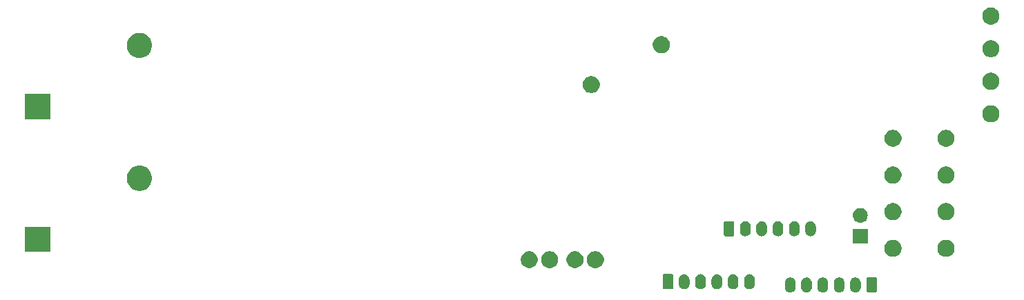
<source format=gbr>
G04 #@! TF.GenerationSoftware,KiCad,Pcbnew,5.1.2-f72e74a~84~ubuntu19.04.1*
G04 #@! TF.CreationDate,2019-06-02T16:59:08+01:00*
G04 #@! TF.ProjectId,Power Monitor MK3,506f7765-7220-44d6-9f6e-69746f72204d,rev?*
G04 #@! TF.SameCoordinates,Original*
G04 #@! TF.FileFunction,Soldermask,Bot*
G04 #@! TF.FilePolarity,Negative*
%FSLAX46Y46*%
G04 Gerber Fmt 4.6, Leading zero omitted, Abs format (unit mm)*
G04 Created by KiCad (PCBNEW 5.1.2-f72e74a~84~ubuntu19.04.1) date 2019-06-02 16:59:08*
%MOMM*%
%LPD*%
G04 APERTURE LIST*
%ADD10C,0.100000*%
G04 APERTURE END LIST*
D10*
G36*
X174527618Y-125083420D02*
G01*
X174608400Y-125107925D01*
X174650336Y-125120646D01*
X174763425Y-125181094D01*
X174862554Y-125262446D01*
X174943906Y-125361575D01*
X175004354Y-125474664D01*
X175004355Y-125474668D01*
X175041580Y-125597382D01*
X175041580Y-125597384D01*
X175051000Y-125693026D01*
X175051000Y-126306974D01*
X175049567Y-126321526D01*
X175041580Y-126402618D01*
X175040721Y-126405449D01*
X175004354Y-126525336D01*
X174943906Y-126638425D01*
X174862554Y-126737553D01*
X174763424Y-126818906D01*
X174650335Y-126879354D01*
X174618403Y-126889040D01*
X174527617Y-126916580D01*
X174400000Y-126929149D01*
X174272382Y-126916580D01*
X174181596Y-126889040D01*
X174149664Y-126879354D01*
X174036575Y-126818906D01*
X173937447Y-126737554D01*
X173856094Y-126638424D01*
X173795646Y-126525335D01*
X173781698Y-126479354D01*
X173758420Y-126402617D01*
X173749000Y-126306972D01*
X173749000Y-125693027D01*
X173758420Y-125597382D01*
X173795645Y-125474668D01*
X173795645Y-125474667D01*
X173827957Y-125414217D01*
X173856095Y-125361574D01*
X173869493Y-125345249D01*
X173937447Y-125262446D01*
X174036576Y-125181094D01*
X174149665Y-125120646D01*
X174191601Y-125107925D01*
X174272383Y-125083420D01*
X174400000Y-125070851D01*
X174527618Y-125083420D01*
X174527618Y-125083420D01*
G37*
G36*
X176527618Y-125083420D02*
G01*
X176608400Y-125107925D01*
X176650336Y-125120646D01*
X176763425Y-125181094D01*
X176862554Y-125262446D01*
X176943906Y-125361575D01*
X177004354Y-125474664D01*
X177004355Y-125474668D01*
X177041580Y-125597382D01*
X177041580Y-125597384D01*
X177051000Y-125693026D01*
X177051000Y-126306974D01*
X177049567Y-126321526D01*
X177041580Y-126402618D01*
X177040721Y-126405449D01*
X177004354Y-126525336D01*
X176943906Y-126638425D01*
X176862554Y-126737553D01*
X176763424Y-126818906D01*
X176650335Y-126879354D01*
X176618403Y-126889040D01*
X176527617Y-126916580D01*
X176400000Y-126929149D01*
X176272382Y-126916580D01*
X176181596Y-126889040D01*
X176149664Y-126879354D01*
X176036575Y-126818906D01*
X175937447Y-126737554D01*
X175856094Y-126638424D01*
X175795646Y-126525335D01*
X175781698Y-126479354D01*
X175758420Y-126402617D01*
X175749000Y-126306972D01*
X175749000Y-125693027D01*
X175758420Y-125597382D01*
X175795645Y-125474668D01*
X175795645Y-125474667D01*
X175827957Y-125414217D01*
X175856095Y-125361574D01*
X175869493Y-125345249D01*
X175937447Y-125262446D01*
X176036576Y-125181094D01*
X176149665Y-125120646D01*
X176191601Y-125107925D01*
X176272383Y-125083420D01*
X176400000Y-125070851D01*
X176527618Y-125083420D01*
X176527618Y-125083420D01*
G37*
G36*
X178527618Y-125083420D02*
G01*
X178608400Y-125107925D01*
X178650336Y-125120646D01*
X178763425Y-125181094D01*
X178862554Y-125262446D01*
X178943906Y-125361575D01*
X179004354Y-125474664D01*
X179004355Y-125474668D01*
X179041580Y-125597382D01*
X179041580Y-125597384D01*
X179051000Y-125693026D01*
X179051000Y-126306974D01*
X179049567Y-126321526D01*
X179041580Y-126402618D01*
X179040721Y-126405449D01*
X179004354Y-126525336D01*
X178943906Y-126638425D01*
X178862554Y-126737553D01*
X178763424Y-126818906D01*
X178650335Y-126879354D01*
X178618403Y-126889040D01*
X178527617Y-126916580D01*
X178400000Y-126929149D01*
X178272382Y-126916580D01*
X178181596Y-126889040D01*
X178149664Y-126879354D01*
X178036575Y-126818906D01*
X177937447Y-126737554D01*
X177856094Y-126638424D01*
X177795646Y-126525335D01*
X177781698Y-126479354D01*
X177758420Y-126402617D01*
X177749000Y-126306972D01*
X177749000Y-125693027D01*
X177758420Y-125597382D01*
X177795645Y-125474668D01*
X177795645Y-125474667D01*
X177827957Y-125414217D01*
X177856095Y-125361574D01*
X177869493Y-125345249D01*
X177937447Y-125262446D01*
X178036576Y-125181094D01*
X178149665Y-125120646D01*
X178191601Y-125107925D01*
X178272383Y-125083420D01*
X178400000Y-125070851D01*
X178527618Y-125083420D01*
X178527618Y-125083420D01*
G37*
G36*
X170527618Y-125083420D02*
G01*
X170608400Y-125107925D01*
X170650336Y-125120646D01*
X170763425Y-125181094D01*
X170862554Y-125262446D01*
X170943906Y-125361575D01*
X171004354Y-125474664D01*
X171004355Y-125474668D01*
X171041580Y-125597382D01*
X171041580Y-125597384D01*
X171051000Y-125693026D01*
X171051000Y-126306974D01*
X171049567Y-126321526D01*
X171041580Y-126402618D01*
X171040721Y-126405449D01*
X171004354Y-126525336D01*
X170943906Y-126638425D01*
X170862554Y-126737553D01*
X170763424Y-126818906D01*
X170650335Y-126879354D01*
X170618403Y-126889040D01*
X170527617Y-126916580D01*
X170400000Y-126929149D01*
X170272382Y-126916580D01*
X170181596Y-126889040D01*
X170149664Y-126879354D01*
X170036575Y-126818906D01*
X169937447Y-126737554D01*
X169856094Y-126638424D01*
X169795646Y-126525335D01*
X169781698Y-126479354D01*
X169758420Y-126402617D01*
X169749000Y-126306972D01*
X169749000Y-125693027D01*
X169758420Y-125597382D01*
X169795645Y-125474668D01*
X169795645Y-125474667D01*
X169827957Y-125414217D01*
X169856095Y-125361574D01*
X169869493Y-125345249D01*
X169937447Y-125262446D01*
X170036576Y-125181094D01*
X170149665Y-125120646D01*
X170191601Y-125107925D01*
X170272383Y-125083420D01*
X170400000Y-125070851D01*
X170527618Y-125083420D01*
X170527618Y-125083420D01*
G37*
G36*
X172527618Y-125083420D02*
G01*
X172608400Y-125107925D01*
X172650336Y-125120646D01*
X172763425Y-125181094D01*
X172862554Y-125262446D01*
X172943906Y-125361575D01*
X173004354Y-125474664D01*
X173004355Y-125474668D01*
X173041580Y-125597382D01*
X173041580Y-125597384D01*
X173051000Y-125693026D01*
X173051000Y-126306974D01*
X173049567Y-126321526D01*
X173041580Y-126402618D01*
X173040721Y-126405449D01*
X173004354Y-126525336D01*
X172943906Y-126638425D01*
X172862554Y-126737553D01*
X172763424Y-126818906D01*
X172650335Y-126879354D01*
X172618403Y-126889040D01*
X172527617Y-126916580D01*
X172400000Y-126929149D01*
X172272382Y-126916580D01*
X172181596Y-126889040D01*
X172149664Y-126879354D01*
X172036575Y-126818906D01*
X171937447Y-126737554D01*
X171856094Y-126638424D01*
X171795646Y-126525335D01*
X171781698Y-126479354D01*
X171758420Y-126402617D01*
X171749000Y-126306972D01*
X171749000Y-125693027D01*
X171758420Y-125597382D01*
X171795645Y-125474668D01*
X171795645Y-125474667D01*
X171827957Y-125414217D01*
X171856095Y-125361574D01*
X171869493Y-125345249D01*
X171937447Y-125262446D01*
X172036576Y-125181094D01*
X172149665Y-125120646D01*
X172191601Y-125107925D01*
X172272383Y-125083420D01*
X172400000Y-125070851D01*
X172527618Y-125083420D01*
X172527618Y-125083420D01*
G37*
G36*
X180891242Y-125078404D02*
G01*
X180928337Y-125089657D01*
X180962515Y-125107925D01*
X180992481Y-125132519D01*
X181017075Y-125162485D01*
X181035343Y-125196663D01*
X181046596Y-125233758D01*
X181051000Y-125278474D01*
X181051000Y-126721526D01*
X181046596Y-126766242D01*
X181035343Y-126803337D01*
X181017075Y-126837515D01*
X180992481Y-126867481D01*
X180962515Y-126892075D01*
X180928337Y-126910343D01*
X180891242Y-126921596D01*
X180846526Y-126926000D01*
X179953474Y-126926000D01*
X179908758Y-126921596D01*
X179871663Y-126910343D01*
X179837485Y-126892075D01*
X179807519Y-126867481D01*
X179782925Y-126837515D01*
X179764657Y-126803337D01*
X179753404Y-126766242D01*
X179749000Y-126721526D01*
X179749000Y-125278474D01*
X179753404Y-125233758D01*
X179764657Y-125196663D01*
X179782925Y-125162485D01*
X179807519Y-125132519D01*
X179837485Y-125107925D01*
X179871663Y-125089657D01*
X179908758Y-125078404D01*
X179953474Y-125074000D01*
X180846526Y-125074000D01*
X180891242Y-125078404D01*
X180891242Y-125078404D01*
G37*
G36*
X165527617Y-124683420D02*
G01*
X165608399Y-124707925D01*
X165650335Y-124720646D01*
X165763424Y-124781094D01*
X165862554Y-124862447D01*
X165943906Y-124961575D01*
X166004354Y-125074664D01*
X166007010Y-125083420D01*
X166041580Y-125197382D01*
X166041580Y-125197384D01*
X166050932Y-125292331D01*
X166051000Y-125293027D01*
X166051000Y-125906973D01*
X166041580Y-126002618D01*
X166014040Y-126093404D01*
X166004354Y-126125336D01*
X165943906Y-126238425D01*
X165862554Y-126337554D01*
X165763425Y-126418906D01*
X165650336Y-126479354D01*
X165618404Y-126489040D01*
X165527618Y-126516580D01*
X165400000Y-126529149D01*
X165272383Y-126516580D01*
X165181597Y-126489040D01*
X165149665Y-126479354D01*
X165036576Y-126418906D01*
X164937447Y-126337554D01*
X164856096Y-126238427D01*
X164856095Y-126238425D01*
X164795647Y-126125336D01*
X164795645Y-126125333D01*
X164783237Y-126084427D01*
X164758420Y-126002618D01*
X164749000Y-125906973D01*
X164749000Y-125293028D01*
X164758420Y-125197383D01*
X164795645Y-125074669D01*
X164795646Y-125074665D01*
X164856094Y-124961576D01*
X164937447Y-124862446D01*
X165036575Y-124781094D01*
X165149664Y-124720646D01*
X165191600Y-124707925D01*
X165272382Y-124683420D01*
X165400000Y-124670851D01*
X165527617Y-124683420D01*
X165527617Y-124683420D01*
G37*
G36*
X163527617Y-124683420D02*
G01*
X163608399Y-124707925D01*
X163650335Y-124720646D01*
X163763424Y-124781094D01*
X163862554Y-124862447D01*
X163943906Y-124961575D01*
X164004354Y-125074664D01*
X164007010Y-125083420D01*
X164041580Y-125197382D01*
X164041580Y-125197384D01*
X164050932Y-125292331D01*
X164051000Y-125293027D01*
X164051000Y-125906973D01*
X164041580Y-126002618D01*
X164014040Y-126093404D01*
X164004354Y-126125336D01*
X163943906Y-126238425D01*
X163862554Y-126337554D01*
X163763425Y-126418906D01*
X163650336Y-126479354D01*
X163618404Y-126489040D01*
X163527618Y-126516580D01*
X163400000Y-126529149D01*
X163272383Y-126516580D01*
X163181597Y-126489040D01*
X163149665Y-126479354D01*
X163036576Y-126418906D01*
X162937447Y-126337554D01*
X162856096Y-126238427D01*
X162856095Y-126238425D01*
X162795647Y-126125336D01*
X162795645Y-126125333D01*
X162783237Y-126084427D01*
X162758420Y-126002618D01*
X162749000Y-125906973D01*
X162749000Y-125293028D01*
X162758420Y-125197383D01*
X162795645Y-125074669D01*
X162795646Y-125074665D01*
X162856094Y-124961576D01*
X162937447Y-124862446D01*
X163036575Y-124781094D01*
X163149664Y-124720646D01*
X163191600Y-124707925D01*
X163272382Y-124683420D01*
X163400000Y-124670851D01*
X163527617Y-124683420D01*
X163527617Y-124683420D01*
G37*
G36*
X161527617Y-124683420D02*
G01*
X161608399Y-124707925D01*
X161650335Y-124720646D01*
X161763424Y-124781094D01*
X161862554Y-124862447D01*
X161943906Y-124961575D01*
X162004354Y-125074664D01*
X162007010Y-125083420D01*
X162041580Y-125197382D01*
X162041580Y-125197384D01*
X162050932Y-125292331D01*
X162051000Y-125293027D01*
X162051000Y-125906973D01*
X162041580Y-126002618D01*
X162014040Y-126093404D01*
X162004354Y-126125336D01*
X161943906Y-126238425D01*
X161862554Y-126337554D01*
X161763425Y-126418906D01*
X161650336Y-126479354D01*
X161618404Y-126489040D01*
X161527618Y-126516580D01*
X161400000Y-126529149D01*
X161272383Y-126516580D01*
X161181597Y-126489040D01*
X161149665Y-126479354D01*
X161036576Y-126418906D01*
X160937447Y-126337554D01*
X160856096Y-126238427D01*
X160856095Y-126238425D01*
X160795647Y-126125336D01*
X160795645Y-126125333D01*
X160783237Y-126084427D01*
X160758420Y-126002618D01*
X160749000Y-125906973D01*
X160749000Y-125293028D01*
X160758420Y-125197383D01*
X160795645Y-125074669D01*
X160795646Y-125074665D01*
X160856094Y-124961576D01*
X160937447Y-124862446D01*
X161036575Y-124781094D01*
X161149664Y-124720646D01*
X161191600Y-124707925D01*
X161272382Y-124683420D01*
X161400000Y-124670851D01*
X161527617Y-124683420D01*
X161527617Y-124683420D01*
G37*
G36*
X159527617Y-124683420D02*
G01*
X159608399Y-124707925D01*
X159650335Y-124720646D01*
X159763424Y-124781094D01*
X159862554Y-124862447D01*
X159943906Y-124961575D01*
X160004354Y-125074664D01*
X160007010Y-125083420D01*
X160041580Y-125197382D01*
X160041580Y-125197384D01*
X160050932Y-125292331D01*
X160051000Y-125293027D01*
X160051000Y-125906973D01*
X160041580Y-126002618D01*
X160014040Y-126093404D01*
X160004354Y-126125336D01*
X159943906Y-126238425D01*
X159862554Y-126337554D01*
X159763425Y-126418906D01*
X159650336Y-126479354D01*
X159618404Y-126489040D01*
X159527618Y-126516580D01*
X159400000Y-126529149D01*
X159272383Y-126516580D01*
X159181597Y-126489040D01*
X159149665Y-126479354D01*
X159036576Y-126418906D01*
X158937447Y-126337554D01*
X158856096Y-126238427D01*
X158856095Y-126238425D01*
X158795647Y-126125336D01*
X158795645Y-126125333D01*
X158783237Y-126084427D01*
X158758420Y-126002618D01*
X158749000Y-125906973D01*
X158749000Y-125293028D01*
X158758420Y-125197383D01*
X158795645Y-125074669D01*
X158795646Y-125074665D01*
X158856094Y-124961576D01*
X158937447Y-124862446D01*
X159036575Y-124781094D01*
X159149664Y-124720646D01*
X159191600Y-124707925D01*
X159272382Y-124683420D01*
X159400000Y-124670851D01*
X159527617Y-124683420D01*
X159527617Y-124683420D01*
G37*
G36*
X157527617Y-124683420D02*
G01*
X157608399Y-124707925D01*
X157650335Y-124720646D01*
X157763424Y-124781094D01*
X157862554Y-124862447D01*
X157943906Y-124961575D01*
X158004354Y-125074664D01*
X158007010Y-125083420D01*
X158041580Y-125197382D01*
X158041580Y-125197384D01*
X158050932Y-125292331D01*
X158051000Y-125293027D01*
X158051000Y-125906973D01*
X158041580Y-126002618D01*
X158014040Y-126093404D01*
X158004354Y-126125336D01*
X157943906Y-126238425D01*
X157862554Y-126337554D01*
X157763425Y-126418906D01*
X157650336Y-126479354D01*
X157618404Y-126489040D01*
X157527618Y-126516580D01*
X157400000Y-126529149D01*
X157272383Y-126516580D01*
X157181597Y-126489040D01*
X157149665Y-126479354D01*
X157036576Y-126418906D01*
X156937447Y-126337554D01*
X156856096Y-126238427D01*
X156856095Y-126238425D01*
X156795647Y-126125336D01*
X156795645Y-126125333D01*
X156783237Y-126084427D01*
X156758420Y-126002618D01*
X156749000Y-125906973D01*
X156749000Y-125293028D01*
X156758420Y-125197383D01*
X156795645Y-125074669D01*
X156795646Y-125074665D01*
X156856094Y-124961576D01*
X156937447Y-124862446D01*
X157036575Y-124781094D01*
X157149664Y-124720646D01*
X157191600Y-124707925D01*
X157272382Y-124683420D01*
X157400000Y-124670851D01*
X157527617Y-124683420D01*
X157527617Y-124683420D01*
G37*
G36*
X155891242Y-124678404D02*
G01*
X155928337Y-124689657D01*
X155962515Y-124707925D01*
X155992481Y-124732519D01*
X156017075Y-124762485D01*
X156035343Y-124796663D01*
X156046596Y-124833758D01*
X156051000Y-124878474D01*
X156051000Y-126321526D01*
X156046596Y-126366242D01*
X156035343Y-126403337D01*
X156017075Y-126437515D01*
X155992481Y-126467481D01*
X155962515Y-126492075D01*
X155928337Y-126510343D01*
X155891242Y-126521596D01*
X155846526Y-126526000D01*
X154953474Y-126526000D01*
X154908758Y-126521596D01*
X154871663Y-126510343D01*
X154837485Y-126492075D01*
X154807519Y-126467481D01*
X154782925Y-126437515D01*
X154764657Y-126403337D01*
X154753404Y-126366242D01*
X154749000Y-126321526D01*
X154749000Y-124878474D01*
X154753404Y-124833758D01*
X154764657Y-124796663D01*
X154782925Y-124762485D01*
X154807519Y-124732519D01*
X154837485Y-124707925D01*
X154871663Y-124689657D01*
X154908758Y-124678404D01*
X154953474Y-124674000D01*
X155846526Y-124674000D01*
X155891242Y-124678404D01*
X155891242Y-124678404D01*
G37*
G36*
X146806564Y-121889389D02*
G01*
X146997833Y-121968615D01*
X146997835Y-121968616D01*
X147041561Y-121997833D01*
X147169973Y-122083635D01*
X147316365Y-122230027D01*
X147431385Y-122402167D01*
X147510611Y-122593436D01*
X147551000Y-122796484D01*
X147551000Y-123003516D01*
X147510611Y-123206564D01*
X147431385Y-123397833D01*
X147431384Y-123397835D01*
X147316365Y-123569973D01*
X147169973Y-123716365D01*
X146997835Y-123831384D01*
X146997834Y-123831385D01*
X146997833Y-123831385D01*
X146806564Y-123910611D01*
X146603516Y-123951000D01*
X146396484Y-123951000D01*
X146193436Y-123910611D01*
X146002167Y-123831385D01*
X146002166Y-123831385D01*
X146002165Y-123831384D01*
X145830027Y-123716365D01*
X145683635Y-123569973D01*
X145568616Y-123397835D01*
X145568615Y-123397833D01*
X145489389Y-123206564D01*
X145449000Y-123003516D01*
X145449000Y-122796484D01*
X145489389Y-122593436D01*
X145568615Y-122402167D01*
X145683635Y-122230027D01*
X145830027Y-122083635D01*
X145958439Y-121997833D01*
X146002165Y-121968616D01*
X146002167Y-121968615D01*
X146193436Y-121889389D01*
X146396484Y-121849000D01*
X146603516Y-121849000D01*
X146806564Y-121889389D01*
X146806564Y-121889389D01*
G37*
G36*
X138706564Y-121889389D02*
G01*
X138897833Y-121968615D01*
X138897835Y-121968616D01*
X138941561Y-121997833D01*
X139069973Y-122083635D01*
X139216365Y-122230027D01*
X139331385Y-122402167D01*
X139410611Y-122593436D01*
X139451000Y-122796484D01*
X139451000Y-123003516D01*
X139410611Y-123206564D01*
X139331385Y-123397833D01*
X139331384Y-123397835D01*
X139216365Y-123569973D01*
X139069973Y-123716365D01*
X138897835Y-123831384D01*
X138897834Y-123831385D01*
X138897833Y-123831385D01*
X138706564Y-123910611D01*
X138503516Y-123951000D01*
X138296484Y-123951000D01*
X138093436Y-123910611D01*
X137902167Y-123831385D01*
X137902166Y-123831385D01*
X137902165Y-123831384D01*
X137730027Y-123716365D01*
X137583635Y-123569973D01*
X137468616Y-123397835D01*
X137468615Y-123397833D01*
X137389389Y-123206564D01*
X137349000Y-123003516D01*
X137349000Y-122796484D01*
X137389389Y-122593436D01*
X137468615Y-122402167D01*
X137583635Y-122230027D01*
X137730027Y-122083635D01*
X137858439Y-121997833D01*
X137902165Y-121968616D01*
X137902167Y-121968615D01*
X138093436Y-121889389D01*
X138296484Y-121849000D01*
X138503516Y-121849000D01*
X138706564Y-121889389D01*
X138706564Y-121889389D01*
G37*
G36*
X141206564Y-121889389D02*
G01*
X141397833Y-121968615D01*
X141397835Y-121968616D01*
X141441561Y-121997833D01*
X141569973Y-122083635D01*
X141716365Y-122230027D01*
X141831385Y-122402167D01*
X141910611Y-122593436D01*
X141951000Y-122796484D01*
X141951000Y-123003516D01*
X141910611Y-123206564D01*
X141831385Y-123397833D01*
X141831384Y-123397835D01*
X141716365Y-123569973D01*
X141569973Y-123716365D01*
X141397835Y-123831384D01*
X141397834Y-123831385D01*
X141397833Y-123831385D01*
X141206564Y-123910611D01*
X141003516Y-123951000D01*
X140796484Y-123951000D01*
X140593436Y-123910611D01*
X140402167Y-123831385D01*
X140402166Y-123831385D01*
X140402165Y-123831384D01*
X140230027Y-123716365D01*
X140083635Y-123569973D01*
X139968616Y-123397835D01*
X139968615Y-123397833D01*
X139889389Y-123206564D01*
X139849000Y-123003516D01*
X139849000Y-122796484D01*
X139889389Y-122593436D01*
X139968615Y-122402167D01*
X140083635Y-122230027D01*
X140230027Y-122083635D01*
X140358439Y-121997833D01*
X140402165Y-121968616D01*
X140402167Y-121968615D01*
X140593436Y-121889389D01*
X140796484Y-121849000D01*
X141003516Y-121849000D01*
X141206564Y-121889389D01*
X141206564Y-121889389D01*
G37*
G36*
X144306564Y-121889389D02*
G01*
X144497833Y-121968615D01*
X144497835Y-121968616D01*
X144541561Y-121997833D01*
X144669973Y-122083635D01*
X144816365Y-122230027D01*
X144931385Y-122402167D01*
X145010611Y-122593436D01*
X145051000Y-122796484D01*
X145051000Y-123003516D01*
X145010611Y-123206564D01*
X144931385Y-123397833D01*
X144931384Y-123397835D01*
X144816365Y-123569973D01*
X144669973Y-123716365D01*
X144497835Y-123831384D01*
X144497834Y-123831385D01*
X144497833Y-123831385D01*
X144306564Y-123910611D01*
X144103516Y-123951000D01*
X143896484Y-123951000D01*
X143693436Y-123910611D01*
X143502167Y-123831385D01*
X143502166Y-123831385D01*
X143502165Y-123831384D01*
X143330027Y-123716365D01*
X143183635Y-123569973D01*
X143068616Y-123397835D01*
X143068615Y-123397833D01*
X142989389Y-123206564D01*
X142949000Y-123003516D01*
X142949000Y-122796484D01*
X142989389Y-122593436D01*
X143068615Y-122402167D01*
X143183635Y-122230027D01*
X143330027Y-122083635D01*
X143458439Y-121997833D01*
X143502165Y-121968616D01*
X143502167Y-121968615D01*
X143693436Y-121889389D01*
X143896484Y-121849000D01*
X144103516Y-121849000D01*
X144306564Y-121889389D01*
X144306564Y-121889389D01*
G37*
G36*
X183306564Y-120489389D02*
G01*
X183497833Y-120568615D01*
X183497835Y-120568616D01*
X183669973Y-120683635D01*
X183816365Y-120830027D01*
X183931385Y-121002167D01*
X184010611Y-121193436D01*
X184051000Y-121396484D01*
X184051000Y-121603516D01*
X184010611Y-121806564D01*
X183976303Y-121889390D01*
X183931384Y-121997835D01*
X183816365Y-122169973D01*
X183669973Y-122316365D01*
X183497835Y-122431384D01*
X183497834Y-122431385D01*
X183497833Y-122431385D01*
X183306564Y-122510611D01*
X183103516Y-122551000D01*
X182896484Y-122551000D01*
X182693436Y-122510611D01*
X182502167Y-122431385D01*
X182502166Y-122431385D01*
X182502165Y-122431384D01*
X182330027Y-122316365D01*
X182183635Y-122169973D01*
X182068616Y-121997835D01*
X182023697Y-121889390D01*
X181989389Y-121806564D01*
X181949000Y-121603516D01*
X181949000Y-121396484D01*
X181989389Y-121193436D01*
X182068615Y-121002167D01*
X182183635Y-120830027D01*
X182330027Y-120683635D01*
X182502165Y-120568616D01*
X182502167Y-120568615D01*
X182693436Y-120489389D01*
X182896484Y-120449000D01*
X183103516Y-120449000D01*
X183306564Y-120489389D01*
X183306564Y-120489389D01*
G37*
G36*
X189806564Y-120489389D02*
G01*
X189997833Y-120568615D01*
X189997835Y-120568616D01*
X190169973Y-120683635D01*
X190316365Y-120830027D01*
X190431385Y-121002167D01*
X190510611Y-121193436D01*
X190551000Y-121396484D01*
X190551000Y-121603516D01*
X190510611Y-121806564D01*
X190476303Y-121889390D01*
X190431384Y-121997835D01*
X190316365Y-122169973D01*
X190169973Y-122316365D01*
X189997835Y-122431384D01*
X189997834Y-122431385D01*
X189997833Y-122431385D01*
X189806564Y-122510611D01*
X189603516Y-122551000D01*
X189396484Y-122551000D01*
X189193436Y-122510611D01*
X189002167Y-122431385D01*
X189002166Y-122431385D01*
X189002165Y-122431384D01*
X188830027Y-122316365D01*
X188683635Y-122169973D01*
X188568616Y-121997835D01*
X188523697Y-121889390D01*
X188489389Y-121806564D01*
X188449000Y-121603516D01*
X188449000Y-121396484D01*
X188489389Y-121193436D01*
X188568615Y-121002167D01*
X188683635Y-120830027D01*
X188830027Y-120683635D01*
X189002165Y-120568616D01*
X189002167Y-120568615D01*
X189193436Y-120489389D01*
X189396484Y-120449000D01*
X189603516Y-120449000D01*
X189806564Y-120489389D01*
X189806564Y-120489389D01*
G37*
G36*
X79651000Y-121951000D02*
G01*
X76549000Y-121951000D01*
X76549000Y-118849000D01*
X79651000Y-118849000D01*
X79651000Y-121951000D01*
X79651000Y-121951000D01*
G37*
G36*
X179901000Y-120901000D02*
G01*
X178099000Y-120901000D01*
X178099000Y-119099000D01*
X179901000Y-119099000D01*
X179901000Y-120901000D01*
X179901000Y-120901000D01*
G37*
G36*
X165027617Y-118183420D02*
G01*
X165108399Y-118207925D01*
X165150335Y-118220646D01*
X165263424Y-118281094D01*
X165362554Y-118362447D01*
X165443906Y-118461575D01*
X165504354Y-118574664D01*
X165514040Y-118606596D01*
X165541580Y-118697382D01*
X165551000Y-118793027D01*
X165551000Y-119406973D01*
X165541580Y-119502618D01*
X165514040Y-119593404D01*
X165504354Y-119625336D01*
X165443906Y-119738425D01*
X165362554Y-119837554D01*
X165263425Y-119918906D01*
X165150336Y-119979354D01*
X165118404Y-119989040D01*
X165027618Y-120016580D01*
X164900000Y-120029149D01*
X164772383Y-120016580D01*
X164681597Y-119989040D01*
X164649665Y-119979354D01*
X164536576Y-119918906D01*
X164437447Y-119837554D01*
X164356096Y-119738427D01*
X164356095Y-119738425D01*
X164295647Y-119625336D01*
X164295645Y-119625333D01*
X164283237Y-119584427D01*
X164258420Y-119502618D01*
X164249000Y-119406973D01*
X164249000Y-118793028D01*
X164258420Y-118697383D01*
X164295645Y-118574669D01*
X164295646Y-118574665D01*
X164356094Y-118461576D01*
X164437447Y-118362446D01*
X164536575Y-118281094D01*
X164649664Y-118220646D01*
X164691600Y-118207925D01*
X164772382Y-118183420D01*
X164900000Y-118170851D01*
X165027617Y-118183420D01*
X165027617Y-118183420D01*
G37*
G36*
X169027617Y-118183420D02*
G01*
X169108399Y-118207925D01*
X169150335Y-118220646D01*
X169263424Y-118281094D01*
X169362554Y-118362447D01*
X169443906Y-118461575D01*
X169504354Y-118574664D01*
X169514040Y-118606596D01*
X169541580Y-118697382D01*
X169551000Y-118793027D01*
X169551000Y-119406973D01*
X169541580Y-119502618D01*
X169514040Y-119593404D01*
X169504354Y-119625336D01*
X169443906Y-119738425D01*
X169362554Y-119837554D01*
X169263425Y-119918906D01*
X169150336Y-119979354D01*
X169118404Y-119989040D01*
X169027618Y-120016580D01*
X168900000Y-120029149D01*
X168772383Y-120016580D01*
X168681597Y-119989040D01*
X168649665Y-119979354D01*
X168536576Y-119918906D01*
X168437447Y-119837554D01*
X168356096Y-119738427D01*
X168356095Y-119738425D01*
X168295647Y-119625336D01*
X168295645Y-119625333D01*
X168283237Y-119584427D01*
X168258420Y-119502618D01*
X168249000Y-119406973D01*
X168249000Y-118793028D01*
X168258420Y-118697383D01*
X168295645Y-118574669D01*
X168295646Y-118574665D01*
X168356094Y-118461576D01*
X168437447Y-118362446D01*
X168536575Y-118281094D01*
X168649664Y-118220646D01*
X168691600Y-118207925D01*
X168772382Y-118183420D01*
X168900000Y-118170851D01*
X169027617Y-118183420D01*
X169027617Y-118183420D01*
G37*
G36*
X173027617Y-118183420D02*
G01*
X173108399Y-118207925D01*
X173150335Y-118220646D01*
X173263424Y-118281094D01*
X173362554Y-118362447D01*
X173443906Y-118461575D01*
X173504354Y-118574664D01*
X173514040Y-118606596D01*
X173541580Y-118697382D01*
X173551000Y-118793027D01*
X173551000Y-119406973D01*
X173541580Y-119502618D01*
X173514040Y-119593404D01*
X173504354Y-119625336D01*
X173443906Y-119738425D01*
X173362554Y-119837554D01*
X173263425Y-119918906D01*
X173150336Y-119979354D01*
X173118404Y-119989040D01*
X173027618Y-120016580D01*
X172900000Y-120029149D01*
X172772383Y-120016580D01*
X172681597Y-119989040D01*
X172649665Y-119979354D01*
X172536576Y-119918906D01*
X172437447Y-119837554D01*
X172356096Y-119738427D01*
X172356095Y-119738425D01*
X172295647Y-119625336D01*
X172295645Y-119625333D01*
X172283237Y-119584427D01*
X172258420Y-119502618D01*
X172249000Y-119406973D01*
X172249000Y-118793028D01*
X172258420Y-118697383D01*
X172295645Y-118574669D01*
X172295646Y-118574665D01*
X172356094Y-118461576D01*
X172437447Y-118362446D01*
X172536575Y-118281094D01*
X172649664Y-118220646D01*
X172691600Y-118207925D01*
X172772382Y-118183420D01*
X172900000Y-118170851D01*
X173027617Y-118183420D01*
X173027617Y-118183420D01*
G37*
G36*
X167027617Y-118183420D02*
G01*
X167108399Y-118207925D01*
X167150335Y-118220646D01*
X167263424Y-118281094D01*
X167362554Y-118362447D01*
X167443906Y-118461575D01*
X167504354Y-118574664D01*
X167514040Y-118606596D01*
X167541580Y-118697382D01*
X167551000Y-118793027D01*
X167551000Y-119406973D01*
X167541580Y-119502618D01*
X167514040Y-119593404D01*
X167504354Y-119625336D01*
X167443906Y-119738425D01*
X167362554Y-119837554D01*
X167263425Y-119918906D01*
X167150336Y-119979354D01*
X167118404Y-119989040D01*
X167027618Y-120016580D01*
X166900000Y-120029149D01*
X166772383Y-120016580D01*
X166681597Y-119989040D01*
X166649665Y-119979354D01*
X166536576Y-119918906D01*
X166437447Y-119837554D01*
X166356096Y-119738427D01*
X166356095Y-119738425D01*
X166295647Y-119625336D01*
X166295645Y-119625333D01*
X166283237Y-119584427D01*
X166258420Y-119502618D01*
X166249000Y-119406973D01*
X166249000Y-118793028D01*
X166258420Y-118697383D01*
X166295645Y-118574669D01*
X166295646Y-118574665D01*
X166356094Y-118461576D01*
X166437447Y-118362446D01*
X166536575Y-118281094D01*
X166649664Y-118220646D01*
X166691600Y-118207925D01*
X166772382Y-118183420D01*
X166900000Y-118170851D01*
X167027617Y-118183420D01*
X167027617Y-118183420D01*
G37*
G36*
X171027617Y-118183420D02*
G01*
X171108399Y-118207925D01*
X171150335Y-118220646D01*
X171263424Y-118281094D01*
X171362554Y-118362447D01*
X171443906Y-118461575D01*
X171504354Y-118574664D01*
X171514040Y-118606596D01*
X171541580Y-118697382D01*
X171551000Y-118793027D01*
X171551000Y-119406973D01*
X171541580Y-119502618D01*
X171514040Y-119593404D01*
X171504354Y-119625336D01*
X171443906Y-119738425D01*
X171362554Y-119837554D01*
X171263425Y-119918906D01*
X171150336Y-119979354D01*
X171118404Y-119989040D01*
X171027618Y-120016580D01*
X170900000Y-120029149D01*
X170772383Y-120016580D01*
X170681597Y-119989040D01*
X170649665Y-119979354D01*
X170536576Y-119918906D01*
X170437447Y-119837554D01*
X170356096Y-119738427D01*
X170356095Y-119738425D01*
X170295647Y-119625336D01*
X170295645Y-119625333D01*
X170283237Y-119584427D01*
X170258420Y-119502618D01*
X170249000Y-119406973D01*
X170249000Y-118793028D01*
X170258420Y-118697383D01*
X170295645Y-118574669D01*
X170295646Y-118574665D01*
X170356094Y-118461576D01*
X170437447Y-118362446D01*
X170536575Y-118281094D01*
X170649664Y-118220646D01*
X170691600Y-118207925D01*
X170772382Y-118183420D01*
X170900000Y-118170851D01*
X171027617Y-118183420D01*
X171027617Y-118183420D01*
G37*
G36*
X163391242Y-118178404D02*
G01*
X163428337Y-118189657D01*
X163462515Y-118207925D01*
X163492481Y-118232519D01*
X163517075Y-118262485D01*
X163535343Y-118296663D01*
X163546596Y-118333758D01*
X163551000Y-118378474D01*
X163551000Y-119821526D01*
X163546596Y-119866242D01*
X163535343Y-119903337D01*
X163517075Y-119937515D01*
X163492481Y-119967481D01*
X163462515Y-119992075D01*
X163428337Y-120010343D01*
X163391242Y-120021596D01*
X163346526Y-120026000D01*
X162453474Y-120026000D01*
X162408758Y-120021596D01*
X162371663Y-120010343D01*
X162337485Y-119992075D01*
X162307519Y-119967481D01*
X162282925Y-119937515D01*
X162264657Y-119903337D01*
X162253404Y-119866242D01*
X162249000Y-119821526D01*
X162249000Y-118378474D01*
X162253404Y-118333758D01*
X162264657Y-118296663D01*
X162282925Y-118262485D01*
X162307519Y-118232519D01*
X162337485Y-118207925D01*
X162371663Y-118189657D01*
X162408758Y-118178404D01*
X162453474Y-118174000D01*
X163346526Y-118174000D01*
X163391242Y-118178404D01*
X163391242Y-118178404D01*
G37*
G36*
X179110443Y-116565519D02*
G01*
X179176627Y-116572037D01*
X179346466Y-116623557D01*
X179502991Y-116707222D01*
X179538729Y-116736552D01*
X179640186Y-116819814D01*
X179703108Y-116896486D01*
X179752778Y-116957009D01*
X179836443Y-117113534D01*
X179887963Y-117283373D01*
X179905359Y-117460000D01*
X179887963Y-117636627D01*
X179836443Y-117806466D01*
X179752778Y-117962991D01*
X179723448Y-117998729D01*
X179640186Y-118100186D01*
X179554079Y-118170851D01*
X179502991Y-118212778D01*
X179346466Y-118296443D01*
X179176627Y-118347963D01*
X179110443Y-118354481D01*
X179044260Y-118361000D01*
X178955740Y-118361000D01*
X178889557Y-118354481D01*
X178823373Y-118347963D01*
X178653534Y-118296443D01*
X178497009Y-118212778D01*
X178445921Y-118170851D01*
X178359814Y-118100186D01*
X178276552Y-117998729D01*
X178247222Y-117962991D01*
X178163557Y-117806466D01*
X178112037Y-117636627D01*
X178094641Y-117460000D01*
X178112037Y-117283373D01*
X178163557Y-117113534D01*
X178247222Y-116957009D01*
X178296892Y-116896486D01*
X178359814Y-116819814D01*
X178461271Y-116736552D01*
X178497009Y-116707222D01*
X178653534Y-116623557D01*
X178823373Y-116572037D01*
X178889557Y-116565519D01*
X178955740Y-116559000D01*
X179044260Y-116559000D01*
X179110443Y-116565519D01*
X179110443Y-116565519D01*
G37*
G36*
X183306564Y-115989389D02*
G01*
X183497833Y-116068615D01*
X183497835Y-116068616D01*
X183669973Y-116183635D01*
X183816365Y-116330027D01*
X183931385Y-116502167D01*
X184010611Y-116693436D01*
X184051000Y-116896484D01*
X184051000Y-117103516D01*
X184010611Y-117306564D01*
X183947056Y-117460000D01*
X183931384Y-117497835D01*
X183816365Y-117669973D01*
X183669973Y-117816365D01*
X183497835Y-117931384D01*
X183497834Y-117931385D01*
X183497833Y-117931385D01*
X183306564Y-118010611D01*
X183103516Y-118051000D01*
X182896484Y-118051000D01*
X182693436Y-118010611D01*
X182502167Y-117931385D01*
X182502166Y-117931385D01*
X182502165Y-117931384D01*
X182330027Y-117816365D01*
X182183635Y-117669973D01*
X182068616Y-117497835D01*
X182052944Y-117460000D01*
X181989389Y-117306564D01*
X181949000Y-117103516D01*
X181949000Y-116896484D01*
X181989389Y-116693436D01*
X182068615Y-116502167D01*
X182183635Y-116330027D01*
X182330027Y-116183635D01*
X182502165Y-116068616D01*
X182502167Y-116068615D01*
X182693436Y-115989389D01*
X182896484Y-115949000D01*
X183103516Y-115949000D01*
X183306564Y-115989389D01*
X183306564Y-115989389D01*
G37*
G36*
X189806564Y-115989389D02*
G01*
X189997833Y-116068615D01*
X189997835Y-116068616D01*
X190169973Y-116183635D01*
X190316365Y-116330027D01*
X190431385Y-116502167D01*
X190510611Y-116693436D01*
X190551000Y-116896484D01*
X190551000Y-117103516D01*
X190510611Y-117306564D01*
X190447056Y-117460000D01*
X190431384Y-117497835D01*
X190316365Y-117669973D01*
X190169973Y-117816365D01*
X189997835Y-117931384D01*
X189997834Y-117931385D01*
X189997833Y-117931385D01*
X189806564Y-118010611D01*
X189603516Y-118051000D01*
X189396484Y-118051000D01*
X189193436Y-118010611D01*
X189002167Y-117931385D01*
X189002166Y-117931385D01*
X189002165Y-117931384D01*
X188830027Y-117816365D01*
X188683635Y-117669973D01*
X188568616Y-117497835D01*
X188552944Y-117460000D01*
X188489389Y-117306564D01*
X188449000Y-117103516D01*
X188449000Y-116896484D01*
X188489389Y-116693436D01*
X188568615Y-116502167D01*
X188683635Y-116330027D01*
X188830027Y-116183635D01*
X189002165Y-116068616D01*
X189002167Y-116068615D01*
X189193436Y-115989389D01*
X189396484Y-115949000D01*
X189603516Y-115949000D01*
X189806564Y-115989389D01*
X189806564Y-115989389D01*
G37*
G36*
X90902585Y-111378802D02*
G01*
X91052410Y-111408604D01*
X91334674Y-111525521D01*
X91588705Y-111695259D01*
X91804741Y-111911295D01*
X91974479Y-112165326D01*
X92091396Y-112447590D01*
X92151000Y-112747240D01*
X92151000Y-113052760D01*
X92091396Y-113352410D01*
X91974479Y-113634674D01*
X91804741Y-113888705D01*
X91588705Y-114104741D01*
X91334674Y-114274479D01*
X91052410Y-114391396D01*
X90902585Y-114421198D01*
X90752761Y-114451000D01*
X90447239Y-114451000D01*
X90297415Y-114421198D01*
X90147590Y-114391396D01*
X89865326Y-114274479D01*
X89611295Y-114104741D01*
X89395259Y-113888705D01*
X89225521Y-113634674D01*
X89108604Y-113352410D01*
X89049000Y-113052760D01*
X89049000Y-112747240D01*
X89108604Y-112447590D01*
X89225521Y-112165326D01*
X89395259Y-111911295D01*
X89611295Y-111695259D01*
X89865326Y-111525521D01*
X90147590Y-111408604D01*
X90297415Y-111378802D01*
X90447239Y-111349000D01*
X90752761Y-111349000D01*
X90902585Y-111378802D01*
X90902585Y-111378802D01*
G37*
G36*
X189806564Y-111489389D02*
G01*
X189997833Y-111568615D01*
X189997835Y-111568616D01*
X190169973Y-111683635D01*
X190316365Y-111830027D01*
X190370667Y-111911295D01*
X190431385Y-112002167D01*
X190510611Y-112193436D01*
X190551000Y-112396484D01*
X190551000Y-112603516D01*
X190510611Y-112806564D01*
X190431385Y-112997833D01*
X190431384Y-112997835D01*
X190316365Y-113169973D01*
X190169973Y-113316365D01*
X189997835Y-113431384D01*
X189997834Y-113431385D01*
X189997833Y-113431385D01*
X189806564Y-113510611D01*
X189603516Y-113551000D01*
X189396484Y-113551000D01*
X189193436Y-113510611D01*
X189002167Y-113431385D01*
X189002166Y-113431385D01*
X189002165Y-113431384D01*
X188830027Y-113316365D01*
X188683635Y-113169973D01*
X188568616Y-112997835D01*
X188568615Y-112997833D01*
X188489389Y-112806564D01*
X188449000Y-112603516D01*
X188449000Y-112396484D01*
X188489389Y-112193436D01*
X188568615Y-112002167D01*
X188629334Y-111911295D01*
X188683635Y-111830027D01*
X188830027Y-111683635D01*
X189002165Y-111568616D01*
X189002167Y-111568615D01*
X189193436Y-111489389D01*
X189396484Y-111449000D01*
X189603516Y-111449000D01*
X189806564Y-111489389D01*
X189806564Y-111489389D01*
G37*
G36*
X183306564Y-111489389D02*
G01*
X183497833Y-111568615D01*
X183497835Y-111568616D01*
X183669973Y-111683635D01*
X183816365Y-111830027D01*
X183870667Y-111911295D01*
X183931385Y-112002167D01*
X184010611Y-112193436D01*
X184051000Y-112396484D01*
X184051000Y-112603516D01*
X184010611Y-112806564D01*
X183931385Y-112997833D01*
X183931384Y-112997835D01*
X183816365Y-113169973D01*
X183669973Y-113316365D01*
X183497835Y-113431384D01*
X183497834Y-113431385D01*
X183497833Y-113431385D01*
X183306564Y-113510611D01*
X183103516Y-113551000D01*
X182896484Y-113551000D01*
X182693436Y-113510611D01*
X182502167Y-113431385D01*
X182502166Y-113431385D01*
X182502165Y-113431384D01*
X182330027Y-113316365D01*
X182183635Y-113169973D01*
X182068616Y-112997835D01*
X182068615Y-112997833D01*
X181989389Y-112806564D01*
X181949000Y-112603516D01*
X181949000Y-112396484D01*
X181989389Y-112193436D01*
X182068615Y-112002167D01*
X182129334Y-111911295D01*
X182183635Y-111830027D01*
X182330027Y-111683635D01*
X182502165Y-111568616D01*
X182502167Y-111568615D01*
X182693436Y-111489389D01*
X182896484Y-111449000D01*
X183103516Y-111449000D01*
X183306564Y-111489389D01*
X183306564Y-111489389D01*
G37*
G36*
X189806564Y-106989389D02*
G01*
X189997833Y-107068615D01*
X189997835Y-107068616D01*
X190169973Y-107183635D01*
X190316365Y-107330027D01*
X190431385Y-107502167D01*
X190510611Y-107693436D01*
X190551000Y-107896484D01*
X190551000Y-108103516D01*
X190510611Y-108306564D01*
X190431385Y-108497833D01*
X190431384Y-108497835D01*
X190316365Y-108669973D01*
X190169973Y-108816365D01*
X189997835Y-108931384D01*
X189997834Y-108931385D01*
X189997833Y-108931385D01*
X189806564Y-109010611D01*
X189603516Y-109051000D01*
X189396484Y-109051000D01*
X189193436Y-109010611D01*
X189002167Y-108931385D01*
X189002166Y-108931385D01*
X189002165Y-108931384D01*
X188830027Y-108816365D01*
X188683635Y-108669973D01*
X188568616Y-108497835D01*
X188568615Y-108497833D01*
X188489389Y-108306564D01*
X188449000Y-108103516D01*
X188449000Y-107896484D01*
X188489389Y-107693436D01*
X188568615Y-107502167D01*
X188683635Y-107330027D01*
X188830027Y-107183635D01*
X189002165Y-107068616D01*
X189002167Y-107068615D01*
X189193436Y-106989389D01*
X189396484Y-106949000D01*
X189603516Y-106949000D01*
X189806564Y-106989389D01*
X189806564Y-106989389D01*
G37*
G36*
X183306564Y-106989389D02*
G01*
X183497833Y-107068615D01*
X183497835Y-107068616D01*
X183669973Y-107183635D01*
X183816365Y-107330027D01*
X183931385Y-107502167D01*
X184010611Y-107693436D01*
X184051000Y-107896484D01*
X184051000Y-108103516D01*
X184010611Y-108306564D01*
X183931385Y-108497833D01*
X183931384Y-108497835D01*
X183816365Y-108669973D01*
X183669973Y-108816365D01*
X183497835Y-108931384D01*
X183497834Y-108931385D01*
X183497833Y-108931385D01*
X183306564Y-109010611D01*
X183103516Y-109051000D01*
X182896484Y-109051000D01*
X182693436Y-109010611D01*
X182502167Y-108931385D01*
X182502166Y-108931385D01*
X182502165Y-108931384D01*
X182330027Y-108816365D01*
X182183635Y-108669973D01*
X182068616Y-108497835D01*
X182068615Y-108497833D01*
X181989389Y-108306564D01*
X181949000Y-108103516D01*
X181949000Y-107896484D01*
X181989389Y-107693436D01*
X182068615Y-107502167D01*
X182183635Y-107330027D01*
X182330027Y-107183635D01*
X182502165Y-107068616D01*
X182502167Y-107068615D01*
X182693436Y-106989389D01*
X182896484Y-106949000D01*
X183103516Y-106949000D01*
X183306564Y-106989389D01*
X183306564Y-106989389D01*
G37*
G36*
X195306564Y-103989389D02*
G01*
X195497833Y-104068615D01*
X195497835Y-104068616D01*
X195669973Y-104183635D01*
X195816365Y-104330027D01*
X195931385Y-104502167D01*
X196010611Y-104693436D01*
X196051000Y-104896484D01*
X196051000Y-105103516D01*
X196010611Y-105306564D01*
X195931385Y-105497833D01*
X195931384Y-105497835D01*
X195816365Y-105669973D01*
X195669973Y-105816365D01*
X195497835Y-105931384D01*
X195497834Y-105931385D01*
X195497833Y-105931385D01*
X195306564Y-106010611D01*
X195103516Y-106051000D01*
X194896484Y-106051000D01*
X194693436Y-106010611D01*
X194502167Y-105931385D01*
X194502166Y-105931385D01*
X194502165Y-105931384D01*
X194330027Y-105816365D01*
X194183635Y-105669973D01*
X194068616Y-105497835D01*
X194068615Y-105497833D01*
X193989389Y-105306564D01*
X193949000Y-105103516D01*
X193949000Y-104896484D01*
X193989389Y-104693436D01*
X194068615Y-104502167D01*
X194183635Y-104330027D01*
X194330027Y-104183635D01*
X194502165Y-104068616D01*
X194502167Y-104068615D01*
X194693436Y-103989389D01*
X194896484Y-103949000D01*
X195103516Y-103949000D01*
X195306564Y-103989389D01*
X195306564Y-103989389D01*
G37*
G36*
X79651000Y-105651000D02*
G01*
X76549000Y-105651000D01*
X76549000Y-102549000D01*
X79651000Y-102549000D01*
X79651000Y-105651000D01*
X79651000Y-105651000D01*
G37*
G36*
X146306564Y-100389389D02*
G01*
X146497833Y-100468615D01*
X146497835Y-100468616D01*
X146669973Y-100583635D01*
X146816365Y-100730027D01*
X146931385Y-100902167D01*
X147010611Y-101093436D01*
X147051000Y-101296484D01*
X147051000Y-101503516D01*
X147010611Y-101706564D01*
X146965130Y-101816365D01*
X146931384Y-101897835D01*
X146816365Y-102069973D01*
X146669973Y-102216365D01*
X146497835Y-102331384D01*
X146497834Y-102331385D01*
X146497833Y-102331385D01*
X146306564Y-102410611D01*
X146103516Y-102451000D01*
X145896484Y-102451000D01*
X145693436Y-102410611D01*
X145502167Y-102331385D01*
X145502166Y-102331385D01*
X145502165Y-102331384D01*
X145330027Y-102216365D01*
X145183635Y-102069973D01*
X145068616Y-101897835D01*
X145034870Y-101816365D01*
X144989389Y-101706564D01*
X144949000Y-101503516D01*
X144949000Y-101296484D01*
X144989389Y-101093436D01*
X145068615Y-100902167D01*
X145183635Y-100730027D01*
X145330027Y-100583635D01*
X145502165Y-100468616D01*
X145502167Y-100468615D01*
X145693436Y-100389389D01*
X145896484Y-100349000D01*
X146103516Y-100349000D01*
X146306564Y-100389389D01*
X146306564Y-100389389D01*
G37*
G36*
X195306564Y-99989389D02*
G01*
X195497833Y-100068615D01*
X195497835Y-100068616D01*
X195669973Y-100183635D01*
X195816365Y-100330027D01*
X195908967Y-100468615D01*
X195931385Y-100502167D01*
X196010611Y-100693436D01*
X196051000Y-100896484D01*
X196051000Y-101103516D01*
X196010611Y-101306564D01*
X195931385Y-101497833D01*
X195931384Y-101497835D01*
X195816365Y-101669973D01*
X195669973Y-101816365D01*
X195497835Y-101931384D01*
X195497834Y-101931385D01*
X195497833Y-101931385D01*
X195306564Y-102010611D01*
X195103516Y-102051000D01*
X194896484Y-102051000D01*
X194693436Y-102010611D01*
X194502167Y-101931385D01*
X194502166Y-101931385D01*
X194502165Y-101931384D01*
X194330027Y-101816365D01*
X194183635Y-101669973D01*
X194068616Y-101497835D01*
X194068615Y-101497833D01*
X193989389Y-101306564D01*
X193949000Y-101103516D01*
X193949000Y-100896484D01*
X193989389Y-100693436D01*
X194068615Y-100502167D01*
X194091034Y-100468615D01*
X194183635Y-100330027D01*
X194330027Y-100183635D01*
X194502165Y-100068616D01*
X194502167Y-100068615D01*
X194693436Y-99989389D01*
X194896484Y-99949000D01*
X195103516Y-99949000D01*
X195306564Y-99989389D01*
X195306564Y-99989389D01*
G37*
G36*
X90902585Y-95078802D02*
G01*
X91052410Y-95108604D01*
X91334674Y-95225521D01*
X91588705Y-95395259D01*
X91804741Y-95611295D01*
X91974479Y-95865326D01*
X92058684Y-96068616D01*
X92091396Y-96147591D01*
X92140905Y-96396486D01*
X92151000Y-96447240D01*
X92151000Y-96752760D01*
X92091396Y-97052410D01*
X91974479Y-97334674D01*
X91804741Y-97588705D01*
X91588705Y-97804741D01*
X91334674Y-97974479D01*
X91052410Y-98091396D01*
X90902585Y-98121198D01*
X90752761Y-98151000D01*
X90447239Y-98151000D01*
X90297415Y-98121198D01*
X90147590Y-98091396D01*
X89865326Y-97974479D01*
X89611295Y-97804741D01*
X89395259Y-97588705D01*
X89225521Y-97334674D01*
X89108604Y-97052410D01*
X89049000Y-96752760D01*
X89049000Y-96447240D01*
X89059096Y-96396486D01*
X89108604Y-96147591D01*
X89141316Y-96068616D01*
X89225521Y-95865326D01*
X89395259Y-95611295D01*
X89611295Y-95395259D01*
X89865326Y-95225521D01*
X90147590Y-95108604D01*
X90297415Y-95078802D01*
X90447239Y-95049000D01*
X90752761Y-95049000D01*
X90902585Y-95078802D01*
X90902585Y-95078802D01*
G37*
G36*
X195306564Y-95989389D02*
G01*
X195497833Y-96068615D01*
X195497835Y-96068616D01*
X195669973Y-96183635D01*
X195816365Y-96330027D01*
X195894684Y-96447239D01*
X195931385Y-96502167D01*
X196010611Y-96693436D01*
X196051000Y-96896484D01*
X196051000Y-97103516D01*
X196010611Y-97306564D01*
X195931385Y-97497833D01*
X195931384Y-97497835D01*
X195816365Y-97669973D01*
X195669973Y-97816365D01*
X195497835Y-97931384D01*
X195497834Y-97931385D01*
X195497833Y-97931385D01*
X195306564Y-98010611D01*
X195103516Y-98051000D01*
X194896484Y-98051000D01*
X194693436Y-98010611D01*
X194502167Y-97931385D01*
X194502166Y-97931385D01*
X194502165Y-97931384D01*
X194330027Y-97816365D01*
X194183635Y-97669973D01*
X194068616Y-97497835D01*
X194068615Y-97497833D01*
X193989389Y-97306564D01*
X193949000Y-97103516D01*
X193949000Y-96896484D01*
X193989389Y-96693436D01*
X194068615Y-96502167D01*
X194105317Y-96447239D01*
X194183635Y-96330027D01*
X194330027Y-96183635D01*
X194502165Y-96068616D01*
X194502167Y-96068615D01*
X194693436Y-95989389D01*
X194896484Y-95949000D01*
X195103516Y-95949000D01*
X195306564Y-95989389D01*
X195306564Y-95989389D01*
G37*
G36*
X154906564Y-95489389D02*
G01*
X155097833Y-95568615D01*
X155097835Y-95568616D01*
X155161710Y-95611296D01*
X155269973Y-95683635D01*
X155416365Y-95830027D01*
X155531385Y-96002167D01*
X155610611Y-96193436D01*
X155651000Y-96396484D01*
X155651000Y-96603516D01*
X155610611Y-96806564D01*
X155573365Y-96896484D01*
X155531384Y-96997835D01*
X155416365Y-97169973D01*
X155269973Y-97316365D01*
X155097835Y-97431384D01*
X155097834Y-97431385D01*
X155097833Y-97431385D01*
X154906564Y-97510611D01*
X154703516Y-97551000D01*
X154496484Y-97551000D01*
X154293436Y-97510611D01*
X154102167Y-97431385D01*
X154102166Y-97431385D01*
X154102165Y-97431384D01*
X153930027Y-97316365D01*
X153783635Y-97169973D01*
X153668616Y-96997835D01*
X153626635Y-96896484D01*
X153589389Y-96806564D01*
X153549000Y-96603516D01*
X153549000Y-96396484D01*
X153589389Y-96193436D01*
X153668615Y-96002167D01*
X153783635Y-95830027D01*
X153930027Y-95683635D01*
X154038290Y-95611296D01*
X154102165Y-95568616D01*
X154102167Y-95568615D01*
X154293436Y-95489389D01*
X154496484Y-95449000D01*
X154703516Y-95449000D01*
X154906564Y-95489389D01*
X154906564Y-95489389D01*
G37*
G36*
X195306564Y-91989389D02*
G01*
X195497833Y-92068615D01*
X195497835Y-92068616D01*
X195669973Y-92183635D01*
X195816365Y-92330027D01*
X195931385Y-92502167D01*
X196010611Y-92693436D01*
X196051000Y-92896484D01*
X196051000Y-93103516D01*
X196010611Y-93306564D01*
X195931385Y-93497833D01*
X195931384Y-93497835D01*
X195816365Y-93669973D01*
X195669973Y-93816365D01*
X195497835Y-93931384D01*
X195497834Y-93931385D01*
X195497833Y-93931385D01*
X195306564Y-94010611D01*
X195103516Y-94051000D01*
X194896484Y-94051000D01*
X194693436Y-94010611D01*
X194502167Y-93931385D01*
X194502166Y-93931385D01*
X194502165Y-93931384D01*
X194330027Y-93816365D01*
X194183635Y-93669973D01*
X194068616Y-93497835D01*
X194068615Y-93497833D01*
X193989389Y-93306564D01*
X193949000Y-93103516D01*
X193949000Y-92896484D01*
X193989389Y-92693436D01*
X194068615Y-92502167D01*
X194183635Y-92330027D01*
X194330027Y-92183635D01*
X194502165Y-92068616D01*
X194502167Y-92068615D01*
X194693436Y-91989389D01*
X194896484Y-91949000D01*
X195103516Y-91949000D01*
X195306564Y-91989389D01*
X195306564Y-91989389D01*
G37*
M02*

</source>
